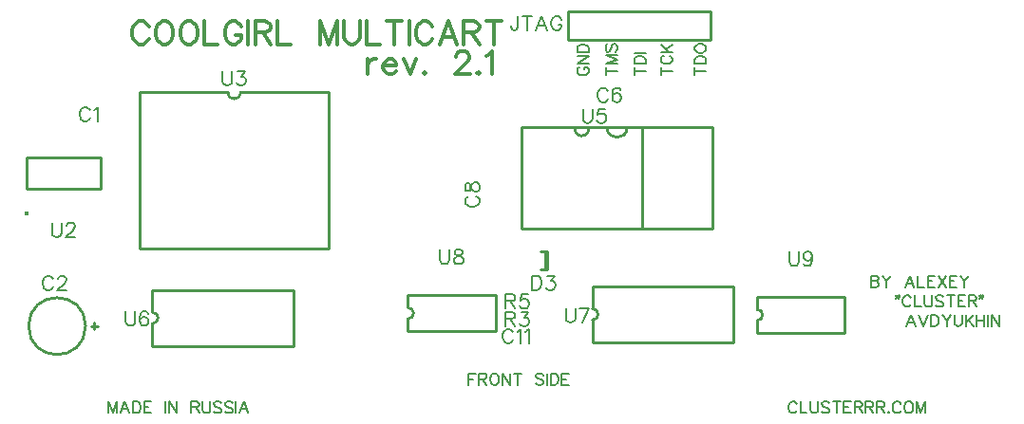
<source format=gbr>
G04 DipTrace 2.4.0.2*
%INTopSilk.gbr*%
%MOIN*%
%ADD10C,0.0098*%
%ADD30C,0.0154*%
%ADD76C,0.0077*%
%ADD77C,0.0124*%
%ADD78C,0.0062*%
%FSLAX44Y44*%
G04*
G70*
G90*
G75*
G01*
%LNTopSilk*%
%LPD*%
X8861Y9993D2*
D10*
Y9757D1*
X8979Y9875D2*
X8743D1*
X6562D2*
G02X6562Y9875I1000J0D01*
G01*
X24756Y11873D2*
X24520D1*
X24756Y12503D2*
X24520D1*
X24682D2*
Y11873D1*
X24756Y12503D2*
Y11873D1*
X25502Y20939D2*
X30502D1*
Y19939D1*
X25502D1*
Y20939D1*
D30*
X6492Y13824D3*
X6481Y14716D2*
D10*
X9079D1*
X6481Y15818D2*
X9079D1*
Y14716D2*
Y15818D1*
X6481Y14716D2*
Y15818D1*
X10473Y18098D2*
Y12586D1*
X17086D1*
Y18098D1*
X14015D1*
X10473D2*
X13543D1*
G03X14015Y18098I236J0D01*
G01*
X28105Y13310D2*
X28101Y16859D1*
X26211D1*
X25739D2*
G03X26211Y16859I236J-56D01*
G01*
X23869D2*
X23868Y13341D1*
X23869Y13315D2*
X30562D1*
X30564Y13343D2*
X30562Y16859D1*
X27570D1*
X26861D2*
X23869D1*
X26861D2*
G03X27570Y16859I355J0D01*
G01*
X10908Y9179D2*
X15869D1*
Y11147D1*
X10908D1*
Y10360D1*
Y9179D2*
Y9967D1*
G03X10908Y10360I0J197D01*
G01*
X26348Y9305D2*
X31308D1*
Y11273D1*
X26348D1*
Y10486D1*
Y9305D2*
Y10092D1*
G03X26348Y10486I0J197D01*
G01*
X19873Y9699D2*
X22944D1*
X19873Y10959D2*
X22944D1*
Y9699D2*
Y10959D1*
X19873Y9699D2*
Y10132D1*
Y10526D2*
Y10959D1*
Y10132D2*
G03X19873Y10526I0J197D01*
G01*
X32124Y9637D2*
X35196D1*
X32124Y10897D2*
X35196D1*
Y9637D2*
Y10897D1*
X32124Y9637D2*
Y10070D1*
Y10464D2*
Y10897D1*
Y10070D2*
G03X32124Y10464I0J197D01*
G01*
X8711Y17454D2*
D76*
X8688Y17501D1*
X8639Y17550D1*
X8592Y17573D1*
X8496D1*
X8448Y17550D1*
X8401Y17501D1*
X8376Y17454D1*
X8353Y17382D1*
Y17262D1*
X8376Y17191D1*
X8401Y17143D1*
X8448Y17095D1*
X8496Y17071D1*
X8592D1*
X8639Y17095D1*
X8688Y17143D1*
X8711Y17191D1*
X8866Y17477D2*
X8914Y17501D1*
X8986Y17573D1*
Y17071D1*
X7415Y11519D2*
X7391Y11567D1*
X7343Y11615D1*
X7296Y11639D1*
X7200D1*
X7152Y11615D1*
X7105Y11567D1*
X7080Y11519D1*
X7057Y11447D1*
Y11327D1*
X7080Y11256D1*
X7105Y11208D1*
X7152Y11161D1*
X7200Y11136D1*
X7296D1*
X7343Y11161D1*
X7391Y11208D1*
X7415Y11256D1*
X7594Y11519D2*
Y11542D1*
X7618Y11591D1*
X7641Y11614D1*
X7690Y11638D1*
X7785D1*
X7833Y11614D1*
X7856Y11591D1*
X7881Y11542D1*
Y11495D1*
X7856Y11447D1*
X7809Y11376D1*
X7570Y11136D1*
X7905D1*
X26896Y18130D2*
X26873Y18177D1*
X26825Y18225D1*
X26777Y18249D1*
X26681D1*
X26633Y18225D1*
X26586Y18177D1*
X26562Y18130D1*
X26538Y18058D1*
Y17938D1*
X26562Y17867D1*
X26586Y17818D1*
X26633Y17771D1*
X26681Y17747D1*
X26777D1*
X26825Y17771D1*
X26873Y17818D1*
X26896Y17867D1*
X27338Y18177D2*
X27314Y18225D1*
X27242Y18248D1*
X27195D1*
X27123Y18225D1*
X27075Y18153D1*
X27051Y18033D1*
Y17914D1*
X27075Y17818D1*
X27123Y17770D1*
X27195Y17747D1*
X27218D1*
X27290Y17770D1*
X27338Y17818D1*
X27361Y17890D1*
Y17914D1*
X27338Y17986D1*
X27290Y18033D1*
X27218Y18057D1*
X27195D1*
X27123Y18033D1*
X27075Y17986D1*
X27051Y17914D1*
X22001Y14442D2*
X21953Y14418D1*
X21905Y14370D1*
X21881Y14322D1*
Y14227D1*
X21905Y14178D1*
X21953Y14131D1*
X22001Y14107D1*
X22073Y14083D1*
X22192D1*
X22264Y14107D1*
X22312Y14131D1*
X22359Y14178D1*
X22384Y14227D1*
Y14322D1*
X22359Y14370D1*
X22312Y14418D1*
X22264Y14442D1*
X21882Y14715D2*
X21906Y14644D1*
X21953Y14620D1*
X22001D1*
X22049Y14644D1*
X22073Y14692D1*
X22097Y14787D1*
X22121Y14859D1*
X22169Y14907D1*
X22216Y14930D1*
X22288D1*
X22336Y14907D1*
X22360Y14883D1*
X22384Y14811D1*
Y14715D1*
X22360Y14644D1*
X22336Y14620D1*
X22288Y14596D1*
X22216D1*
X22169Y14620D1*
X22121Y14668D1*
X22097Y14739D1*
X22073Y14835D1*
X22049Y14883D1*
X22001Y14907D1*
X21953D1*
X21906Y14883D1*
X21882Y14811D1*
Y14715D1*
X23560Y9656D2*
X23537Y9703D1*
X23489Y9751D1*
X23441Y9775D1*
X23345D1*
X23297Y9751D1*
X23250Y9703D1*
X23225Y9656D1*
X23202Y9584D1*
Y9464D1*
X23225Y9393D1*
X23250Y9344D1*
X23297Y9297D1*
X23345Y9273D1*
X23441D1*
X23489Y9297D1*
X23537Y9344D1*
X23560Y9393D1*
X23715Y9679D2*
X23763Y9703D1*
X23835Y9774D1*
Y9273D1*
X23989Y9679D2*
X24037Y9703D1*
X24109Y9774D1*
Y9273D1*
X24226Y11649D2*
Y11147D1*
X24393D1*
X24465Y11171D1*
X24513Y11219D1*
X24537Y11267D1*
X24561Y11338D1*
Y11458D1*
X24537Y11530D1*
X24513Y11577D1*
X24465Y11625D1*
X24393Y11649D1*
X24226D1*
X24763D2*
X25026D1*
X24883Y11457D1*
X24955D1*
X25002Y11434D1*
X25026Y11410D1*
X25050Y11338D1*
Y11291D1*
X25026Y11219D1*
X24978Y11171D1*
X24906Y11147D1*
X24835D1*
X24763Y11171D1*
X24740Y11195D1*
X24715Y11242D1*
X23726Y20768D2*
Y20386D1*
X23702Y20314D1*
X23678Y20290D1*
X23630Y20266D1*
X23582D1*
X23535Y20290D1*
X23511Y20314D1*
X23487Y20386D1*
Y20433D1*
X24048Y20768D2*
Y20266D1*
X23880Y20768D2*
X24215D1*
X24753Y20266D2*
X24561Y20768D1*
X24370Y20266D1*
X24441Y20433D2*
X24681D1*
X25266Y20649D2*
X25242Y20696D1*
X25194Y20745D1*
X25146Y20768D1*
X25051D1*
X25003Y20745D1*
X24955Y20696D1*
X24931Y20649D1*
X24907Y20577D1*
Y20457D1*
X24931Y20386D1*
X24955Y20338D1*
X25003Y20290D1*
X25051Y20266D1*
X25146D1*
X25194Y20290D1*
X25242Y20338D1*
X25266Y20386D1*
Y20457D1*
X25146D1*
X23306Y10131D2*
X23521D1*
X23593Y10155D1*
X23617Y10179D1*
X23641Y10226D1*
Y10275D1*
X23617Y10322D1*
X23593Y10346D1*
X23521Y10370D1*
X23306D1*
Y9868D1*
X23473Y10131D2*
X23641Y9868D1*
X23843Y10370D2*
X24106D1*
X23963Y10178D1*
X24034D1*
X24082Y10155D1*
X24106Y10131D1*
X24130Y10059D1*
Y10011D1*
X24106Y9940D1*
X24058Y9892D1*
X23986Y9868D1*
X23914D1*
X23843Y9892D1*
X23819Y9916D1*
X23795Y9963D1*
X23306Y10756D2*
X23521D1*
X23593Y10780D1*
X23617Y10804D1*
X23641Y10852D1*
Y10900D1*
X23617Y10947D1*
X23593Y10972D1*
X23521Y10995D1*
X23306D1*
Y10493D1*
X23473Y10756D2*
X23641Y10493D1*
X24082Y10995D2*
X23843D1*
X23819Y10780D1*
X23843Y10804D1*
X23915Y10828D1*
X23986D1*
X24058Y10804D1*
X24106Y10756D1*
X24130Y10684D1*
Y10637D1*
X24106Y10565D1*
X24058Y10517D1*
X23986Y10493D1*
X23915D1*
X23843Y10517D1*
X23819Y10541D1*
X23795Y10589D1*
X7381Y13513D2*
Y13154D1*
X7405Y13083D1*
X7453Y13035D1*
X7525Y13011D1*
X7572D1*
X7644Y13035D1*
X7692Y13083D1*
X7716Y13154D1*
Y13513D1*
X7895Y13393D2*
Y13417D1*
X7918Y13465D1*
X7942Y13489D1*
X7990Y13513D1*
X8086D1*
X8133Y13489D1*
X8157Y13465D1*
X8181Y13417D1*
Y13369D1*
X8157Y13321D1*
X8110Y13250D1*
X7870Y13011D1*
X8205D1*
X13367Y18830D2*
Y18472D1*
X13391Y18400D1*
X13439Y18352D1*
X13511Y18328D1*
X13558D1*
X13630Y18352D1*
X13678Y18400D1*
X13702Y18472D1*
Y18830D1*
X13905D2*
X14167D1*
X14024Y18639D1*
X14096D1*
X14143Y18615D1*
X14167Y18591D1*
X14191Y18519D1*
Y18472D1*
X14167Y18400D1*
X14120Y18352D1*
X14048Y18328D1*
X13976D1*
X13905Y18352D1*
X13881Y18376D1*
X13856Y18424D1*
X26009Y17518D2*
Y17159D1*
X26032Y17087D1*
X26080Y17040D1*
X26152Y17015D1*
X26200D1*
X26272Y17040D1*
X26320Y17087D1*
X26343Y17159D1*
Y17518D1*
X26785Y17517D2*
X26546D1*
X26522Y17302D1*
X26546Y17326D1*
X26618Y17350D1*
X26689D1*
X26761Y17326D1*
X26809Y17278D1*
X26833Y17207D1*
Y17159D1*
X26809Y17087D1*
X26761Y17039D1*
X26689Y17015D1*
X26618D1*
X26546Y17039D1*
X26522Y17063D1*
X26498Y17111D1*
X9974Y10390D2*
Y10032D1*
X9997Y9960D1*
X10045Y9912D1*
X10117Y9888D1*
X10165D1*
X10237Y9912D1*
X10285Y9960D1*
X10308Y10032D1*
Y10390D1*
X10750Y10318D2*
X10726Y10366D1*
X10654Y10390D1*
X10607D1*
X10535Y10366D1*
X10487Y10294D1*
X10463Y10175D1*
Y10055D1*
X10487Y9960D1*
X10535Y9912D1*
X10607Y9888D1*
X10630D1*
X10702Y9912D1*
X10750Y9960D1*
X10773Y10032D1*
Y10055D1*
X10750Y10127D1*
X10702Y10175D1*
X10630Y10199D1*
X10607D1*
X10535Y10175D1*
X10487Y10127D1*
X10463Y10055D1*
X25412Y10506D2*
Y10147D1*
X25436Y10075D1*
X25484Y10028D1*
X25556Y10004D1*
X25603D1*
X25675Y10028D1*
X25723Y10075D1*
X25747Y10147D1*
Y10506D1*
X25997Y10004D2*
X26236Y10505D1*
X25901D1*
X20997Y12558D2*
Y12199D1*
X21021Y12127D1*
X21069Y12080D1*
X21141Y12055D1*
X21188D1*
X21260Y12080D1*
X21308Y12127D1*
X21332Y12199D1*
Y12558D1*
X21606Y12557D2*
X21534Y12533D1*
X21510Y12486D1*
Y12438D1*
X21534Y12390D1*
X21582Y12366D1*
X21677Y12342D1*
X21749Y12318D1*
X21797Y12270D1*
X21821Y12223D1*
Y12151D1*
X21797Y12103D1*
X21773Y12079D1*
X21701Y12055D1*
X21606D1*
X21534Y12079D1*
X21510Y12103D1*
X21486Y12151D1*
Y12223D1*
X21510Y12270D1*
X21558Y12318D1*
X21629Y12342D1*
X21725Y12366D1*
X21773Y12390D1*
X21797Y12438D1*
Y12486D1*
X21773Y12533D1*
X21701Y12557D1*
X21606D1*
X33260Y12495D2*
Y12136D1*
X33283Y12065D1*
X33332Y12017D1*
X33403Y11993D1*
X33451D1*
X33523Y12017D1*
X33571Y12065D1*
X33595Y12136D1*
Y12495D1*
X34060Y12328D2*
X34036Y12256D1*
X33988Y12208D1*
X33917Y12184D1*
X33893D1*
X33821Y12208D1*
X33773Y12256D1*
X33749Y12328D1*
Y12351D1*
X33773Y12423D1*
X33821Y12471D1*
X33893Y12495D1*
X33917D1*
X33988Y12471D1*
X34036Y12423D1*
X34060Y12328D1*
Y12208D1*
X34036Y12088D1*
X33988Y12017D1*
X33917Y11993D1*
X33869D1*
X33797Y12017D1*
X33773Y12065D1*
X10776Y20396D2*
D77*
X10738Y20472D1*
X10661Y20549D1*
X10585Y20587D1*
X10432D1*
X10355Y20549D1*
X10279Y20472D1*
X10240Y20396D1*
X10202Y20281D1*
Y20089D1*
X10240Y19975D1*
X10279Y19898D1*
X10355Y19822D1*
X10432Y19783D1*
X10585D1*
X10661Y19822D1*
X10738Y19898D1*
X10776Y19975D1*
X11253Y20587D2*
X11176Y20549D1*
X11100Y20472D1*
X11061Y20396D1*
X11023Y20281D1*
Y20089D1*
X11061Y19975D1*
X11100Y19898D1*
X11176Y19822D1*
X11253Y19783D1*
X11406D1*
X11482Y19822D1*
X11559Y19898D1*
X11597Y19975D1*
X11635Y20089D1*
Y20281D1*
X11597Y20396D1*
X11559Y20472D1*
X11482Y20549D1*
X11406Y20587D1*
X11253D1*
X12112D2*
X12035Y20549D1*
X11959Y20472D1*
X11920Y20396D1*
X11882Y20281D1*
Y20089D1*
X11920Y19975D1*
X11959Y19898D1*
X12035Y19822D1*
X12112Y19783D1*
X12265D1*
X12341Y19822D1*
X12418Y19898D1*
X12456Y19975D1*
X12494Y20089D1*
Y20281D1*
X12456Y20396D1*
X12418Y20472D1*
X12341Y20549D1*
X12265Y20587D1*
X12112D1*
X12741D2*
Y19783D1*
X13200D1*
X14021Y20396D2*
X13983Y20472D1*
X13906Y20549D1*
X13830Y20587D1*
X13677D1*
X13600Y20549D1*
X13524Y20472D1*
X13485Y20396D1*
X13447Y20281D1*
Y20089D1*
X13485Y19975D1*
X13524Y19898D1*
X13600Y19822D1*
X13677Y19783D1*
X13830D1*
X13906Y19822D1*
X13983Y19898D1*
X14021Y19975D1*
Y20089D1*
X13830D1*
X14268Y20587D2*
Y19783D1*
X14515Y20204D2*
X14859D1*
X14974Y20243D1*
X15013Y20281D1*
X15051Y20357D1*
Y20434D1*
X15013Y20510D1*
X14974Y20549D1*
X14859Y20587D1*
X14515D1*
Y19783D1*
X14783Y20204D2*
X15051Y19783D1*
X15298Y20587D2*
Y19783D1*
X15757D1*
X17393D2*
Y20587D1*
X17087Y19783D1*
X16782Y20587D1*
Y19783D1*
X17640Y20587D2*
Y20013D1*
X17679Y19898D1*
X17755Y19822D1*
X17870Y19783D1*
X17946D1*
X18061Y19822D1*
X18138Y19898D1*
X18176Y20013D1*
Y20587D1*
X18423D2*
Y19783D1*
X18882D1*
X19397Y20587D2*
Y19783D1*
X19129Y20587D2*
X19665D1*
X19912D2*
Y19783D1*
X20733Y20396D2*
X20695Y20472D1*
X20618Y20549D1*
X20542Y20587D1*
X20389D1*
X20312Y20549D1*
X20236Y20472D1*
X20197Y20396D1*
X20159Y20281D1*
Y20089D1*
X20197Y19975D1*
X20236Y19898D1*
X20312Y19822D1*
X20389Y19783D1*
X20542D1*
X20618Y19822D1*
X20695Y19898D1*
X20733Y19975D1*
X21593Y19783D2*
X21286Y20587D1*
X20980Y19783D1*
X21095Y20051D2*
X21478D1*
X21840Y20204D2*
X22184D1*
X22299Y20243D1*
X22338Y20281D1*
X22376Y20357D1*
Y20434D1*
X22338Y20510D1*
X22299Y20549D1*
X22184Y20587D1*
X21840D1*
Y19783D1*
X22108Y20204D2*
X22376Y19783D1*
X22891Y20587D2*
Y19783D1*
X22623Y20587D2*
X23159D1*
X18454Y19256D2*
Y18721D1*
Y19027D2*
X18493Y19142D1*
X18569Y19218D1*
X18646Y19256D1*
X18761D1*
X19008Y19027D2*
X19467D1*
Y19103D1*
X19429Y19180D1*
X19391Y19218D1*
X19314Y19256D1*
X19199D1*
X19123Y19218D1*
X19046Y19142D1*
X19008Y19027D1*
Y18951D1*
X19046Y18836D1*
X19123Y18759D1*
X19199Y18721D1*
X19314D1*
X19391Y18759D1*
X19467Y18836D1*
X19714Y19256D2*
X19944Y18721D1*
X20173Y19256D1*
X20458Y18798D2*
X20420Y18759D1*
X20458Y18721D1*
X20497Y18759D1*
X20458Y18798D1*
X21561Y19333D2*
Y19371D1*
X21599Y19447D1*
X21637Y19486D1*
X21714Y19524D1*
X21866D1*
X21943Y19486D1*
X21981Y19447D1*
X22019Y19371D1*
Y19295D1*
X21981Y19218D1*
X21905Y19103D1*
X21522Y18721D1*
X22058D1*
X22343Y18798D2*
X22305Y18759D1*
X22343Y18721D1*
X22381Y18759D1*
X22343Y18798D1*
X22628Y19371D2*
X22705Y19409D1*
X22820Y19524D1*
Y18721D1*
X9666Y6821D2*
D78*
Y7223D1*
X9513Y6821D1*
X9360Y7223D1*
Y6821D1*
X10095D2*
X9942Y7223D1*
X9789Y6821D1*
X9847Y6955D2*
X10038D1*
X10219Y7223D2*
Y6821D1*
X10353D1*
X10410Y6840D1*
X10449Y6878D1*
X10468Y6917D1*
X10487Y6974D1*
Y7070D1*
X10468Y7127D1*
X10449Y7165D1*
X10410Y7204D1*
X10353Y7223D1*
X10219D1*
X10859D2*
X10610D1*
Y6821D1*
X10859D1*
X10610Y7031D2*
X10763D1*
X11371Y7223D2*
Y6821D1*
X11763Y7223D2*
Y6821D1*
X11495Y7223D1*
Y6821D1*
X12275Y7031D2*
X12447D1*
X12505Y7051D1*
X12524Y7070D1*
X12543Y7108D1*
Y7146D1*
X12524Y7184D1*
X12505Y7204D1*
X12447Y7223D1*
X12275D1*
Y6821D1*
X12409Y7031D2*
X12543Y6821D1*
X12666Y7223D2*
Y6936D1*
X12686Y6878D1*
X12724Y6840D1*
X12781Y6821D1*
X12819D1*
X12877Y6840D1*
X12915Y6878D1*
X12934Y6936D1*
Y7223D1*
X13326Y7165D2*
X13288Y7204D1*
X13230Y7223D1*
X13154D1*
X13096Y7204D1*
X13058Y7165D1*
Y7127D1*
X13077Y7089D1*
X13096Y7070D1*
X13134Y7051D1*
X13249Y7012D1*
X13288Y6993D1*
X13307Y6974D1*
X13326Y6936D1*
Y6878D1*
X13288Y6840D1*
X13230Y6821D1*
X13154D1*
X13096Y6840D1*
X13058Y6878D1*
X13717Y7165D2*
X13679Y7204D1*
X13622Y7223D1*
X13545D1*
X13488Y7204D1*
X13449Y7165D1*
Y7127D1*
X13469Y7089D1*
X13488Y7070D1*
X13526Y7051D1*
X13641Y7012D1*
X13679Y6993D1*
X13698Y6974D1*
X13717Y6936D1*
Y6878D1*
X13679Y6840D1*
X13622Y6821D1*
X13545D1*
X13488Y6840D1*
X13449Y6878D1*
X13841Y7223D2*
Y6821D1*
X14271D2*
X14117Y7223D1*
X13964Y6821D1*
X14022Y6955D2*
X14213D1*
X22249Y8207D2*
X22000D1*
Y7805D1*
Y8016D2*
X22153D1*
X22372D2*
X22544D1*
X22602Y8035D1*
X22621Y8054D1*
X22640Y8092D1*
Y8131D1*
X22621Y8169D1*
X22602Y8188D1*
X22544Y8207D1*
X22372D1*
Y7805D1*
X22506Y8016D2*
X22640Y7805D1*
X22879Y8207D2*
X22840Y8188D1*
X22802Y8150D1*
X22783Y8112D1*
X22764Y8054D1*
Y7958D1*
X22783Y7901D1*
X22802Y7863D1*
X22840Y7825D1*
X22879Y7805D1*
X22955D1*
X22993Y7825D1*
X23032Y7863D1*
X23051Y7901D1*
X23070Y7958D1*
Y8054D1*
X23051Y8112D1*
X23032Y8150D1*
X22993Y8188D1*
X22955Y8207D1*
X22879D1*
X23461D2*
Y7805D1*
X23193Y8207D1*
Y7805D1*
X23719Y8207D2*
Y7805D1*
X23585Y8207D2*
X23853D1*
X24633Y8150D2*
X24595Y8188D1*
X24538Y8207D1*
X24461D1*
X24404Y8188D1*
X24365Y8150D1*
Y8112D1*
X24385Y8073D1*
X24404Y8054D1*
X24442Y8035D1*
X24557Y7997D1*
X24595Y7978D1*
X24614Y7958D1*
X24633Y7920D1*
Y7863D1*
X24595Y7825D1*
X24538Y7805D1*
X24461D1*
X24404Y7825D1*
X24365Y7863D1*
X24757Y8207D2*
Y7805D1*
X24880Y8207D2*
Y7805D1*
X25014D1*
X25072Y7825D1*
X25110Y7863D1*
X25129Y7901D1*
X25148Y7958D1*
Y8054D1*
X25129Y8112D1*
X25110Y8150D1*
X25072Y8188D1*
X25014Y8207D1*
X24880D1*
X25520D2*
X25272D1*
Y7805D1*
X25520D1*
X25272Y8016D2*
X25425D1*
X25905Y18984D2*
X25867Y18965D1*
X25829Y18927D1*
X25810Y18889D1*
Y18812D1*
X25829Y18774D1*
X25867Y18736D1*
X25905Y18716D1*
X25963Y18697D1*
X26058D1*
X26116Y18716D1*
X26154Y18736D1*
X26192Y18774D1*
X26211Y18812D1*
Y18889D1*
X26192Y18927D1*
X26154Y18965D1*
X26116Y18984D1*
X26058D1*
Y18889D1*
X25810Y19376D2*
X26211D1*
X25810Y19108D1*
X26211D1*
X25810Y19499D2*
X26211D1*
Y19633D1*
X26192Y19691D1*
X26154Y19729D1*
X26116Y19748D1*
X26058Y19767D1*
X25963D1*
X25905Y19748D1*
X25867Y19729D1*
X25829Y19691D1*
X25810Y19633D1*
Y19499D1*
X29935Y18831D2*
X30336D1*
X29935Y18697D2*
Y18965D1*
Y19089D2*
X30336D1*
Y19223D1*
X30317Y19280D1*
X30279Y19319D1*
X30241Y19338D1*
X30183Y19357D1*
X30088D1*
X30030Y19338D1*
X29992Y19319D1*
X29954Y19280D1*
X29935Y19223D1*
Y19089D1*
Y19595D2*
X29954Y19557D1*
X29992Y19519D1*
X30030Y19499D1*
X30088Y19480D1*
X30183D1*
X30241Y19499D1*
X30279Y19519D1*
X30317Y19557D1*
X30336Y19595D1*
Y19672D1*
X30317Y19710D1*
X30279Y19748D1*
X30241Y19767D1*
X30183Y19786D1*
X30088D1*
X30030Y19767D1*
X29992Y19748D1*
X29954Y19710D1*
X29935Y19672D1*
Y19595D1*
X33521Y7127D2*
X33502Y7165D1*
X33464Y7204D1*
X33426Y7223D1*
X33349D1*
X33311Y7204D1*
X33273Y7165D1*
X33254Y7127D1*
X33235Y7070D1*
Y6974D1*
X33254Y6917D1*
X33273Y6878D1*
X33311Y6840D1*
X33349Y6821D1*
X33426D1*
X33464Y6840D1*
X33502Y6878D1*
X33521Y6917D1*
X33645Y7223D2*
Y6821D1*
X33874D1*
X33998Y7223D2*
Y6936D1*
X34017Y6878D1*
X34055Y6840D1*
X34113Y6821D1*
X34151D1*
X34208Y6840D1*
X34247Y6878D1*
X34266Y6936D1*
Y7223D1*
X34657Y7165D2*
X34619Y7204D1*
X34562Y7223D1*
X34485D1*
X34428Y7204D1*
X34389Y7165D1*
Y7127D1*
X34409Y7089D1*
X34428Y7070D1*
X34466Y7051D1*
X34581Y7012D1*
X34619Y6993D1*
X34638Y6974D1*
X34657Y6936D1*
Y6878D1*
X34619Y6840D1*
X34562Y6821D1*
X34485D1*
X34428Y6840D1*
X34389Y6878D1*
X34915Y7223D2*
Y6821D1*
X34781Y7223D2*
X35049D1*
X35421D2*
X35172D1*
Y6821D1*
X35421D1*
X35172Y7031D2*
X35325D1*
X35544D2*
X35716D1*
X35774Y7051D1*
X35793Y7070D1*
X35812Y7108D1*
Y7146D1*
X35793Y7184D1*
X35774Y7204D1*
X35716Y7223D1*
X35544D1*
Y6821D1*
X35678Y7031D2*
X35812Y6821D1*
X35936Y7031D2*
X36108D1*
X36165Y7051D1*
X36185Y7070D1*
X36204Y7108D1*
Y7146D1*
X36185Y7184D1*
X36165Y7204D1*
X36108Y7223D1*
X35936D1*
Y6821D1*
X36070Y7031D2*
X36204Y6821D1*
X36327Y7031D2*
X36499D1*
X36557Y7051D1*
X36576Y7070D1*
X36595Y7108D1*
Y7146D1*
X36576Y7184D1*
X36557Y7204D1*
X36499Y7223D1*
X36327D1*
Y6821D1*
X36461Y7031D2*
X36595Y6821D1*
X36738Y6859D2*
X36719Y6840D1*
X36738Y6821D1*
X36757Y6840D1*
X36738Y6859D1*
X37168Y7127D2*
X37149Y7165D1*
X37110Y7204D1*
X37072Y7223D1*
X36996D1*
X36957Y7204D1*
X36919Y7165D1*
X36900Y7127D1*
X36881Y7070D1*
Y6974D1*
X36900Y6917D1*
X36919Y6878D1*
X36957Y6840D1*
X36996Y6821D1*
X37072D1*
X37110Y6840D1*
X37149Y6878D1*
X37168Y6917D1*
X37406Y7223D2*
X37368Y7204D1*
X37330Y7165D1*
X37310Y7127D1*
X37291Y7070D1*
Y6974D1*
X37310Y6917D1*
X37330Y6878D1*
X37368Y6840D1*
X37406Y6821D1*
X37483D1*
X37521Y6840D1*
X37559Y6878D1*
X37578Y6917D1*
X37597Y6974D1*
Y7070D1*
X37578Y7127D1*
X37559Y7165D1*
X37521Y7204D1*
X37483Y7223D1*
X37406D1*
X38027Y6821D2*
Y7223D1*
X37874Y6821D1*
X37721Y7223D1*
Y6821D1*
X37019Y10917D2*
X37000Y10937D1*
X37019Y10956D1*
X37038Y10937D1*
Y10898D1*
X37019Y10860D1*
X37000Y10841D1*
X37096Y10917D2*
X37076Y10937D1*
X37096Y10956D1*
X37115Y10937D1*
Y10898D1*
X37096Y10860D1*
X37076Y10841D1*
X37525Y10861D2*
X37506Y10899D1*
X37468Y10937D1*
X37430Y10956D1*
X37353D1*
X37315Y10937D1*
X37277Y10899D1*
X37257Y10861D1*
X37238Y10803D1*
Y10707D1*
X37257Y10650D1*
X37277Y10612D1*
X37315Y10574D1*
X37353Y10554D1*
X37430D1*
X37468Y10574D1*
X37506Y10612D1*
X37525Y10650D1*
X37649Y10956D2*
Y10554D1*
X37878D1*
X38002Y10956D2*
Y10669D1*
X38021Y10612D1*
X38059Y10574D1*
X38117Y10554D1*
X38155D1*
X38212Y10574D1*
X38251Y10612D1*
X38270Y10669D1*
Y10956D1*
X38661Y10899D2*
X38623Y10937D1*
X38566Y10956D1*
X38489D1*
X38432Y10937D1*
X38393Y10899D1*
Y10861D1*
X38413Y10822D1*
X38432Y10803D1*
X38470Y10784D1*
X38585Y10746D1*
X38623Y10727D1*
X38642Y10707D1*
X38661Y10669D1*
Y10612D1*
X38623Y10574D1*
X38566Y10554D1*
X38489D1*
X38432Y10574D1*
X38393Y10612D1*
X38919Y10956D2*
Y10554D1*
X38785Y10956D2*
X39053D1*
X39425D2*
X39176D1*
Y10554D1*
X39425D1*
X39176Y10765D2*
X39329D1*
X39548D2*
X39720D1*
X39778Y10784D1*
X39797Y10803D1*
X39816Y10841D1*
Y10880D1*
X39797Y10918D1*
X39778Y10937D1*
X39720Y10956D1*
X39548D1*
Y10554D1*
X39682Y10765D2*
X39816Y10554D1*
X39959Y10917D2*
X39940Y10937D1*
X39959Y10956D1*
X39978Y10937D1*
Y10898D1*
X39959Y10860D1*
X39940Y10841D1*
X40036Y10917D2*
X40016Y10937D1*
X40036Y10956D1*
X40055Y10937D1*
Y10898D1*
X40036Y10860D1*
X40016Y10841D1*
X37681Y9867D2*
X37528Y10269D1*
X37375Y9867D1*
X37432Y10001D2*
X37624D1*
X37805Y10269D2*
X37958Y9867D1*
X38111Y10269D1*
X38234D2*
Y9867D1*
X38368D1*
X38426Y9886D1*
X38464Y9924D1*
X38483Y9963D1*
X38502Y10020D1*
Y10116D1*
X38483Y10173D1*
X38464Y10211D1*
X38426Y10250D1*
X38368Y10269D1*
X38234D1*
X38626D2*
X38779Y10077D1*
Y9867D1*
X38932Y10269D2*
X38779Y10077D1*
X39055Y10269D2*
Y9982D1*
X39074Y9924D1*
X39113Y9886D1*
X39170Y9867D1*
X39208D1*
X39266Y9886D1*
X39304Y9924D1*
X39323Y9982D1*
Y10269D1*
X39447D2*
Y9867D1*
X39715Y10269D2*
X39447Y10001D1*
X39542Y10097D2*
X39715Y9867D1*
X39838Y10269D2*
Y9867D1*
X40106Y10269D2*
Y9867D1*
X39838Y10077D2*
X40106D1*
X40230Y10269D2*
Y9867D1*
X40621Y10269D2*
Y9867D1*
X40353Y10269D1*
Y9867D1*
X36125Y11644D2*
Y11242D1*
X36297D1*
X36355Y11261D1*
X36374Y11280D1*
X36393Y11318D1*
Y11376D1*
X36374Y11414D1*
X36355Y11433D1*
X36297Y11452D1*
X36355Y11472D1*
X36374Y11491D1*
X36393Y11529D1*
Y11567D1*
X36374Y11605D1*
X36355Y11625D1*
X36297Y11644D1*
X36125D1*
Y11452D2*
X36297D1*
X36516Y11644D2*
X36669Y11452D1*
Y11242D1*
X36822Y11644D2*
X36669Y11452D1*
X37641Y11242D2*
X37488Y11644D1*
X37335Y11242D1*
X37392Y11376D2*
X37584D1*
X37765Y11644D2*
Y11242D1*
X37994D1*
X38366Y11644D2*
X38118D1*
Y11242D1*
X38366D1*
X38118Y11452D2*
X38270D1*
X38490Y11644D2*
X38757Y11242D1*
Y11644D2*
X38490Y11242D1*
X39129Y11644D2*
X38881D1*
Y11242D1*
X39129D1*
X38881Y11452D2*
X39034D1*
X39253Y11644D2*
X39406Y11452D1*
Y11242D1*
X39559Y11644D2*
X39406Y11452D1*
X26810Y18831D2*
X27212D1*
X26810Y18697D2*
Y18965D1*
X27212Y19395D2*
X26810D1*
X27212Y19242D1*
X26810Y19089D1*
X27212D1*
X26867Y19786D2*
X26829Y19748D1*
X26810Y19691D1*
Y19614D1*
X26829Y19557D1*
X26867Y19518D1*
X26905D1*
X26944Y19538D1*
X26963Y19557D1*
X26982Y19595D1*
X27020Y19710D1*
X27039Y19748D1*
X27059Y19767D1*
X27097Y19786D1*
X27154D1*
X27192Y19748D1*
X27212Y19691D1*
Y19614D1*
X27192Y19557D1*
X27154Y19518D1*
X27810Y18831D2*
X28212D1*
X27810Y18697D2*
Y18965D1*
Y19089D2*
X28212D1*
Y19223D1*
X28192Y19280D1*
X28154Y19319D1*
X28116Y19338D1*
X28059Y19357D1*
X27963D1*
X27905Y19338D1*
X27867Y19319D1*
X27829Y19280D1*
X27810Y19223D1*
Y19089D1*
Y19480D2*
X28212D1*
X28747Y18831D2*
X29149D1*
X28747Y18697D2*
Y18965D1*
X28843Y19376D2*
X28805Y19357D1*
X28766Y19318D1*
X28747Y19280D1*
Y19204D1*
X28766Y19165D1*
X28805Y19127D1*
X28843Y19108D1*
X28900Y19089D1*
X28996D1*
X29053Y19108D1*
X29092Y19127D1*
X29130Y19165D1*
X29149Y19204D1*
Y19280D1*
X29130Y19318D1*
X29092Y19357D1*
X29053Y19376D1*
X28747Y19499D2*
X29149D1*
X28747Y19767D2*
X29015Y19499D1*
X28919Y19595D2*
X29149Y19767D1*
M02*

</source>
